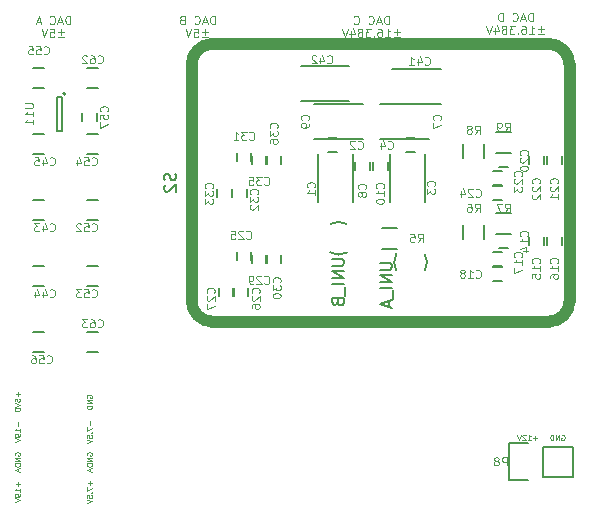
<source format=gbo>
G04 #@! TF.FileFunction,Legend,Bot*
%FSLAX46Y46*%
G04 Gerber Fmt 4.6, Leading zero omitted, Abs format (unit mm)*
G04 Created by KiCad (PCBNEW 4.0.0-2.201512091501+6195~38~ubuntu14.04.1-stable) date Wed 16 Dec 2015 17:24:57 GMT*
%MOMM*%
G01*
G04 APERTURE LIST*
%ADD10C,0.100000*%
%ADD11C,0.110000*%
%ADD12C,0.150000*%
%ADD13C,1.000000*%
G04 APERTURE END LIST*
D10*
D11*
X106555999Y-108229667D02*
X106555999Y-107529667D01*
X106389333Y-107529667D01*
X106289333Y-107563000D01*
X106222666Y-107629667D01*
X106189333Y-107696333D01*
X106155999Y-107829667D01*
X106155999Y-107929667D01*
X106189333Y-108063000D01*
X106222666Y-108129667D01*
X106289333Y-108196333D01*
X106389333Y-108229667D01*
X106555999Y-108229667D01*
X105889333Y-108029667D02*
X105555999Y-108029667D01*
X105955999Y-108229667D02*
X105722666Y-107529667D01*
X105489333Y-108229667D01*
X104855999Y-108163000D02*
X104889333Y-108196333D01*
X104989333Y-108229667D01*
X105055999Y-108229667D01*
X105155999Y-108196333D01*
X105222666Y-108129667D01*
X105255999Y-108063000D01*
X105289333Y-107929667D01*
X105289333Y-107829667D01*
X105255999Y-107696333D01*
X105222666Y-107629667D01*
X105155999Y-107563000D01*
X105055999Y-107529667D01*
X104989333Y-107529667D01*
X104889333Y-107563000D01*
X104855999Y-107596333D01*
X104056000Y-108029667D02*
X103722666Y-108029667D01*
X104122666Y-108229667D02*
X103889333Y-107529667D01*
X103656000Y-108229667D01*
X106056000Y-108919667D02*
X105522667Y-108919667D01*
X105789334Y-109186333D02*
X105789334Y-108653000D01*
X105522667Y-109319667D02*
X106056000Y-109319667D01*
X104856000Y-108619667D02*
X105189333Y-108619667D01*
X105222667Y-108953000D01*
X105189333Y-108919667D01*
X105122667Y-108886333D01*
X104956000Y-108886333D01*
X104889333Y-108919667D01*
X104856000Y-108953000D01*
X104822667Y-109019667D01*
X104822667Y-109186333D01*
X104856000Y-109253000D01*
X104889333Y-109286333D01*
X104956000Y-109319667D01*
X105122667Y-109319667D01*
X105189333Y-109286333D01*
X105222667Y-109253000D01*
X104622666Y-108619667D02*
X104389333Y-109319667D01*
X104156000Y-108619667D01*
X118797999Y-108229667D02*
X118797999Y-107529667D01*
X118631333Y-107529667D01*
X118531333Y-107563000D01*
X118464666Y-107629667D01*
X118431333Y-107696333D01*
X118397999Y-107829667D01*
X118397999Y-107929667D01*
X118431333Y-108063000D01*
X118464666Y-108129667D01*
X118531333Y-108196333D01*
X118631333Y-108229667D01*
X118797999Y-108229667D01*
X118131333Y-108029667D02*
X117797999Y-108029667D01*
X118197999Y-108229667D02*
X117964666Y-107529667D01*
X117731333Y-108229667D01*
X117097999Y-108163000D02*
X117131333Y-108196333D01*
X117231333Y-108229667D01*
X117297999Y-108229667D01*
X117397999Y-108196333D01*
X117464666Y-108129667D01*
X117497999Y-108063000D01*
X117531333Y-107929667D01*
X117531333Y-107829667D01*
X117497999Y-107696333D01*
X117464666Y-107629667D01*
X117397999Y-107563000D01*
X117297999Y-107529667D01*
X117231333Y-107529667D01*
X117131333Y-107563000D01*
X117097999Y-107596333D01*
X116031333Y-107863000D02*
X115931333Y-107896333D01*
X115898000Y-107929667D01*
X115864666Y-107996333D01*
X115864666Y-108096333D01*
X115898000Y-108163000D01*
X115931333Y-108196333D01*
X115998000Y-108229667D01*
X116264666Y-108229667D01*
X116264666Y-107529667D01*
X116031333Y-107529667D01*
X115964666Y-107563000D01*
X115931333Y-107596333D01*
X115898000Y-107663000D01*
X115898000Y-107729667D01*
X115931333Y-107796333D01*
X115964666Y-107829667D01*
X116031333Y-107863000D01*
X116264666Y-107863000D01*
X118248000Y-108919667D02*
X117714667Y-108919667D01*
X117981334Y-109186333D02*
X117981334Y-108653000D01*
X117714667Y-109319667D02*
X118248000Y-109319667D01*
X117048000Y-108619667D02*
X117381333Y-108619667D01*
X117414667Y-108953000D01*
X117381333Y-108919667D01*
X117314667Y-108886333D01*
X117148000Y-108886333D01*
X117081333Y-108919667D01*
X117048000Y-108953000D01*
X117014667Y-109019667D01*
X117014667Y-109186333D01*
X117048000Y-109253000D01*
X117081333Y-109286333D01*
X117148000Y-109319667D01*
X117314667Y-109319667D01*
X117381333Y-109286333D01*
X117414667Y-109253000D01*
X116814666Y-108619667D02*
X116581333Y-109319667D01*
X116348000Y-108619667D01*
X145721999Y-107975667D02*
X145721999Y-107275667D01*
X145555333Y-107275667D01*
X145455333Y-107309000D01*
X145388666Y-107375667D01*
X145355333Y-107442333D01*
X145321999Y-107575667D01*
X145321999Y-107675667D01*
X145355333Y-107809000D01*
X145388666Y-107875667D01*
X145455333Y-107942333D01*
X145555333Y-107975667D01*
X145721999Y-107975667D01*
X145055333Y-107775667D02*
X144721999Y-107775667D01*
X145121999Y-107975667D02*
X144888666Y-107275667D01*
X144655333Y-107975667D01*
X144021999Y-107909000D02*
X144055333Y-107942333D01*
X144155333Y-107975667D01*
X144221999Y-107975667D01*
X144321999Y-107942333D01*
X144388666Y-107875667D01*
X144421999Y-107809000D01*
X144455333Y-107675667D01*
X144455333Y-107575667D01*
X144421999Y-107442333D01*
X144388666Y-107375667D01*
X144321999Y-107309000D01*
X144221999Y-107275667D01*
X144155333Y-107275667D01*
X144055333Y-107309000D01*
X144021999Y-107342333D01*
X143188666Y-107975667D02*
X143188666Y-107275667D01*
X143022000Y-107275667D01*
X142922000Y-107309000D01*
X142855333Y-107375667D01*
X142822000Y-107442333D01*
X142788666Y-107575667D01*
X142788666Y-107675667D01*
X142822000Y-107809000D01*
X142855333Y-107875667D01*
X142922000Y-107942333D01*
X143022000Y-107975667D01*
X143188666Y-107975667D01*
X146672000Y-108665667D02*
X146138667Y-108665667D01*
X146405334Y-108932333D02*
X146405334Y-108399000D01*
X146138667Y-109065667D02*
X146672000Y-109065667D01*
X145438667Y-109065667D02*
X145838667Y-109065667D01*
X145638667Y-109065667D02*
X145638667Y-108365667D01*
X145705333Y-108465667D01*
X145772000Y-108532333D01*
X145838667Y-108565667D01*
X144838666Y-108365667D02*
X144972000Y-108365667D01*
X145038666Y-108399000D01*
X145072000Y-108432333D01*
X145138666Y-108532333D01*
X145172000Y-108665667D01*
X145172000Y-108932333D01*
X145138666Y-108999000D01*
X145105333Y-109032333D01*
X145038666Y-109065667D01*
X144905333Y-109065667D01*
X144838666Y-109032333D01*
X144805333Y-108999000D01*
X144772000Y-108932333D01*
X144772000Y-108765667D01*
X144805333Y-108699000D01*
X144838666Y-108665667D01*
X144905333Y-108632333D01*
X145038666Y-108632333D01*
X145105333Y-108665667D01*
X145138666Y-108699000D01*
X145172000Y-108765667D01*
X144471999Y-108999000D02*
X144438666Y-109032333D01*
X144471999Y-109065667D01*
X144505333Y-109032333D01*
X144471999Y-108999000D01*
X144471999Y-109065667D01*
X144205333Y-108365667D02*
X143772000Y-108365667D01*
X144005333Y-108632333D01*
X143905333Y-108632333D01*
X143838666Y-108665667D01*
X143805333Y-108699000D01*
X143772000Y-108765667D01*
X143772000Y-108932333D01*
X143805333Y-108999000D01*
X143838666Y-109032333D01*
X143905333Y-109065667D01*
X144105333Y-109065667D01*
X144172000Y-109032333D01*
X144205333Y-108999000D01*
X143371999Y-108665667D02*
X143438666Y-108632333D01*
X143471999Y-108599000D01*
X143505333Y-108532333D01*
X143505333Y-108499000D01*
X143471999Y-108432333D01*
X143438666Y-108399000D01*
X143371999Y-108365667D01*
X143238666Y-108365667D01*
X143171999Y-108399000D01*
X143138666Y-108432333D01*
X143105333Y-108499000D01*
X143105333Y-108532333D01*
X143138666Y-108599000D01*
X143171999Y-108632333D01*
X143238666Y-108665667D01*
X143371999Y-108665667D01*
X143438666Y-108699000D01*
X143471999Y-108732333D01*
X143505333Y-108799000D01*
X143505333Y-108932333D01*
X143471999Y-108999000D01*
X143438666Y-109032333D01*
X143371999Y-109065667D01*
X143238666Y-109065667D01*
X143171999Y-109032333D01*
X143138666Y-108999000D01*
X143105333Y-108932333D01*
X143105333Y-108799000D01*
X143138666Y-108732333D01*
X143171999Y-108699000D01*
X143238666Y-108665667D01*
X142505332Y-108599000D02*
X142505332Y-109065667D01*
X142671999Y-108332333D02*
X142838666Y-108832333D01*
X142405332Y-108832333D01*
X142238665Y-108365667D02*
X142005332Y-109065667D01*
X141771999Y-108365667D01*
X133529999Y-108229667D02*
X133529999Y-107529667D01*
X133363333Y-107529667D01*
X133263333Y-107563000D01*
X133196666Y-107629667D01*
X133163333Y-107696333D01*
X133129999Y-107829667D01*
X133129999Y-107929667D01*
X133163333Y-108063000D01*
X133196666Y-108129667D01*
X133263333Y-108196333D01*
X133363333Y-108229667D01*
X133529999Y-108229667D01*
X132863333Y-108029667D02*
X132529999Y-108029667D01*
X132929999Y-108229667D02*
X132696666Y-107529667D01*
X132463333Y-108229667D01*
X131829999Y-108163000D02*
X131863333Y-108196333D01*
X131963333Y-108229667D01*
X132029999Y-108229667D01*
X132129999Y-108196333D01*
X132196666Y-108129667D01*
X132229999Y-108063000D01*
X132263333Y-107929667D01*
X132263333Y-107829667D01*
X132229999Y-107696333D01*
X132196666Y-107629667D01*
X132129999Y-107563000D01*
X132029999Y-107529667D01*
X131963333Y-107529667D01*
X131863333Y-107563000D01*
X131829999Y-107596333D01*
X130596666Y-108163000D02*
X130630000Y-108196333D01*
X130730000Y-108229667D01*
X130796666Y-108229667D01*
X130896666Y-108196333D01*
X130963333Y-108129667D01*
X130996666Y-108063000D01*
X131030000Y-107929667D01*
X131030000Y-107829667D01*
X130996666Y-107696333D01*
X130963333Y-107629667D01*
X130896666Y-107563000D01*
X130796666Y-107529667D01*
X130730000Y-107529667D01*
X130630000Y-107563000D01*
X130596666Y-107596333D01*
X134480000Y-108919667D02*
X133946667Y-108919667D01*
X134213334Y-109186333D02*
X134213334Y-108653000D01*
X133946667Y-109319667D02*
X134480000Y-109319667D01*
X133246667Y-109319667D02*
X133646667Y-109319667D01*
X133446667Y-109319667D02*
X133446667Y-108619667D01*
X133513333Y-108719667D01*
X133580000Y-108786333D01*
X133646667Y-108819667D01*
X132646666Y-108619667D02*
X132780000Y-108619667D01*
X132846666Y-108653000D01*
X132880000Y-108686333D01*
X132946666Y-108786333D01*
X132980000Y-108919667D01*
X132980000Y-109186333D01*
X132946666Y-109253000D01*
X132913333Y-109286333D01*
X132846666Y-109319667D01*
X132713333Y-109319667D01*
X132646666Y-109286333D01*
X132613333Y-109253000D01*
X132580000Y-109186333D01*
X132580000Y-109019667D01*
X132613333Y-108953000D01*
X132646666Y-108919667D01*
X132713333Y-108886333D01*
X132846666Y-108886333D01*
X132913333Y-108919667D01*
X132946666Y-108953000D01*
X132980000Y-109019667D01*
X132279999Y-109253000D02*
X132246666Y-109286333D01*
X132279999Y-109319667D01*
X132313333Y-109286333D01*
X132279999Y-109253000D01*
X132279999Y-109319667D01*
X132013333Y-108619667D02*
X131580000Y-108619667D01*
X131813333Y-108886333D01*
X131713333Y-108886333D01*
X131646666Y-108919667D01*
X131613333Y-108953000D01*
X131580000Y-109019667D01*
X131580000Y-109186333D01*
X131613333Y-109253000D01*
X131646666Y-109286333D01*
X131713333Y-109319667D01*
X131913333Y-109319667D01*
X131980000Y-109286333D01*
X132013333Y-109253000D01*
X131179999Y-108919667D02*
X131246666Y-108886333D01*
X131279999Y-108853000D01*
X131313333Y-108786333D01*
X131313333Y-108753000D01*
X131279999Y-108686333D01*
X131246666Y-108653000D01*
X131179999Y-108619667D01*
X131046666Y-108619667D01*
X130979999Y-108653000D01*
X130946666Y-108686333D01*
X130913333Y-108753000D01*
X130913333Y-108786333D01*
X130946666Y-108853000D01*
X130979999Y-108886333D01*
X131046666Y-108919667D01*
X131179999Y-108919667D01*
X131246666Y-108953000D01*
X131279999Y-108986333D01*
X131313333Y-109053000D01*
X131313333Y-109186333D01*
X131279999Y-109253000D01*
X131246666Y-109286333D01*
X131179999Y-109319667D01*
X131046666Y-109319667D01*
X130979999Y-109286333D01*
X130946666Y-109253000D01*
X130913333Y-109186333D01*
X130913333Y-109053000D01*
X130946666Y-108986333D01*
X130979999Y-108953000D01*
X131046666Y-108919667D01*
X130313332Y-108853000D02*
X130313332Y-109319667D01*
X130479999Y-108586333D02*
X130646666Y-109086333D01*
X130213332Y-109086333D01*
X130046665Y-108619667D02*
X129813332Y-109319667D01*
X129579999Y-108619667D01*
D10*
X148170857Y-143031000D02*
X148213714Y-143009571D01*
X148278000Y-143009571D01*
X148342285Y-143031000D01*
X148385143Y-143073857D01*
X148406571Y-143116714D01*
X148428000Y-143202429D01*
X148428000Y-143266714D01*
X148406571Y-143352429D01*
X148385143Y-143395286D01*
X148342285Y-143438143D01*
X148278000Y-143459571D01*
X148235143Y-143459571D01*
X148170857Y-143438143D01*
X148149428Y-143416714D01*
X148149428Y-143266714D01*
X148235143Y-143266714D01*
X147956571Y-143459571D02*
X147956571Y-143009571D01*
X147699428Y-143459571D01*
X147699428Y-143009571D01*
X147485142Y-143459571D02*
X147485142Y-143009571D01*
X147377999Y-143009571D01*
X147313714Y-143031000D01*
X147270856Y-143073857D01*
X147249428Y-143116714D01*
X147227999Y-143202429D01*
X147227999Y-143266714D01*
X147249428Y-143352429D01*
X147270856Y-143395286D01*
X147313714Y-143438143D01*
X147377999Y-143459571D01*
X147485142Y-143459571D01*
X146080856Y-143288143D02*
X145737999Y-143288143D01*
X145909428Y-143459571D02*
X145909428Y-143116714D01*
X145287999Y-143459571D02*
X145545142Y-143459571D01*
X145416570Y-143459571D02*
X145416570Y-143009571D01*
X145459427Y-143073857D01*
X145502285Y-143116714D01*
X145545142Y-143138143D01*
X145116571Y-143052429D02*
X145095142Y-143031000D01*
X145052285Y-143009571D01*
X144945142Y-143009571D01*
X144902285Y-143031000D01*
X144880856Y-143052429D01*
X144859428Y-143095286D01*
X144859428Y-143138143D01*
X144880856Y-143202429D01*
X145137999Y-143459571D01*
X144859428Y-143459571D01*
X144730857Y-143009571D02*
X144580857Y-143459571D01*
X144430857Y-143009571D01*
X107979000Y-139865143D02*
X107957571Y-139822286D01*
X107957571Y-139758000D01*
X107979000Y-139693715D01*
X108021857Y-139650857D01*
X108064714Y-139629429D01*
X108150429Y-139608000D01*
X108214714Y-139608000D01*
X108300429Y-139629429D01*
X108343286Y-139650857D01*
X108386143Y-139693715D01*
X108407571Y-139758000D01*
X108407571Y-139800857D01*
X108386143Y-139865143D01*
X108364714Y-139886572D01*
X108214714Y-139886572D01*
X108214714Y-139800857D01*
X108407571Y-140079429D02*
X107957571Y-140079429D01*
X108407571Y-140336572D01*
X107957571Y-140336572D01*
X108407571Y-140550858D02*
X107957571Y-140550858D01*
X107957571Y-140658001D01*
X107979000Y-140722286D01*
X108021857Y-140765144D01*
X108064714Y-140786572D01*
X108150429Y-140808001D01*
X108214714Y-140808001D01*
X108300429Y-140786572D01*
X108343286Y-140765144D01*
X108386143Y-140722286D01*
X108407571Y-140658001D01*
X108407571Y-140550858D01*
X108236143Y-141848001D02*
X108236143Y-142190858D01*
X107957571Y-142362287D02*
X107957571Y-142662287D01*
X108407571Y-142469430D01*
X108364714Y-142833715D02*
X108386143Y-142855143D01*
X108407571Y-142833715D01*
X108386143Y-142812286D01*
X108364714Y-142833715D01*
X108407571Y-142833715D01*
X107957571Y-143262287D02*
X107957571Y-143048001D01*
X108171857Y-143026572D01*
X108150429Y-143048001D01*
X108129000Y-143090858D01*
X108129000Y-143198001D01*
X108150429Y-143240858D01*
X108171857Y-143262287D01*
X108214714Y-143283715D01*
X108321857Y-143283715D01*
X108364714Y-143262287D01*
X108386143Y-143240858D01*
X108407571Y-143198001D01*
X108407571Y-143090858D01*
X108386143Y-143048001D01*
X108364714Y-143026572D01*
X107957571Y-143412286D02*
X108407571Y-143562286D01*
X107957571Y-143712286D01*
X107979000Y-144752286D02*
X107957571Y-144709429D01*
X107957571Y-144645143D01*
X107979000Y-144580858D01*
X108021857Y-144538000D01*
X108064714Y-144516572D01*
X108150429Y-144495143D01*
X108214714Y-144495143D01*
X108300429Y-144516572D01*
X108343286Y-144538000D01*
X108386143Y-144580858D01*
X108407571Y-144645143D01*
X108407571Y-144688000D01*
X108386143Y-144752286D01*
X108364714Y-144773715D01*
X108214714Y-144773715D01*
X108214714Y-144688000D01*
X108407571Y-144966572D02*
X107957571Y-144966572D01*
X108407571Y-145223715D01*
X107957571Y-145223715D01*
X108407571Y-145438001D02*
X107957571Y-145438001D01*
X107957571Y-145545144D01*
X107979000Y-145609429D01*
X108021857Y-145652287D01*
X108064714Y-145673715D01*
X108150429Y-145695144D01*
X108214714Y-145695144D01*
X108300429Y-145673715D01*
X108343286Y-145652287D01*
X108386143Y-145609429D01*
X108407571Y-145545144D01*
X108407571Y-145438001D01*
X108279000Y-145866572D02*
X108279000Y-146080858D01*
X108407571Y-145823715D02*
X107957571Y-145973715D01*
X108407571Y-146123715D01*
X108236143Y-146928001D02*
X108236143Y-147270858D01*
X108407571Y-147099429D02*
X108064714Y-147099429D01*
X107957571Y-147442287D02*
X107957571Y-147742287D01*
X108407571Y-147549430D01*
X108364714Y-147913715D02*
X108386143Y-147935143D01*
X108407571Y-147913715D01*
X108386143Y-147892286D01*
X108364714Y-147913715D01*
X108407571Y-147913715D01*
X107957571Y-148342287D02*
X107957571Y-148128001D01*
X108171857Y-148106572D01*
X108150429Y-148128001D01*
X108129000Y-148170858D01*
X108129000Y-148278001D01*
X108150429Y-148320858D01*
X108171857Y-148342287D01*
X108214714Y-148363715D01*
X108321857Y-148363715D01*
X108364714Y-148342287D01*
X108386143Y-148320858D01*
X108407571Y-148278001D01*
X108407571Y-148170858D01*
X108386143Y-148128001D01*
X108364714Y-148106572D01*
X107957571Y-148492286D02*
X108407571Y-148642286D01*
X107957571Y-148792286D01*
X102140143Y-147035144D02*
X102140143Y-147378001D01*
X102311571Y-147206572D02*
X101968714Y-147206572D01*
X102311571Y-147828001D02*
X102311571Y-147570858D01*
X102311571Y-147699430D02*
X101861571Y-147699430D01*
X101925857Y-147656573D01*
X101968714Y-147613715D01*
X101990143Y-147570858D01*
X102311571Y-148042286D02*
X102311571Y-148128001D01*
X102290143Y-148170858D01*
X102268714Y-148192286D01*
X102204429Y-148235144D01*
X102118714Y-148256572D01*
X101947286Y-148256572D01*
X101904429Y-148235144D01*
X101883000Y-148213715D01*
X101861571Y-148170858D01*
X101861571Y-148085144D01*
X101883000Y-148042286D01*
X101904429Y-148020858D01*
X101947286Y-147999429D01*
X102054429Y-147999429D01*
X102097286Y-148020858D01*
X102118714Y-148042286D01*
X102140143Y-148085144D01*
X102140143Y-148170858D01*
X102118714Y-148213715D01*
X102097286Y-148235144D01*
X102054429Y-148256572D01*
X101861571Y-148385143D02*
X102311571Y-148535143D01*
X101861571Y-148685143D01*
X101883000Y-144752286D02*
X101861571Y-144709429D01*
X101861571Y-144645143D01*
X101883000Y-144580858D01*
X101925857Y-144538000D01*
X101968714Y-144516572D01*
X102054429Y-144495143D01*
X102118714Y-144495143D01*
X102204429Y-144516572D01*
X102247286Y-144538000D01*
X102290143Y-144580858D01*
X102311571Y-144645143D01*
X102311571Y-144688000D01*
X102290143Y-144752286D01*
X102268714Y-144773715D01*
X102118714Y-144773715D01*
X102118714Y-144688000D01*
X102311571Y-144966572D02*
X101861571Y-144966572D01*
X102311571Y-145223715D01*
X101861571Y-145223715D01*
X102311571Y-145438001D02*
X101861571Y-145438001D01*
X101861571Y-145545144D01*
X101883000Y-145609429D01*
X101925857Y-145652287D01*
X101968714Y-145673715D01*
X102054429Y-145695144D01*
X102118714Y-145695144D01*
X102204429Y-145673715D01*
X102247286Y-145652287D01*
X102290143Y-145609429D01*
X102311571Y-145545144D01*
X102311571Y-145438001D01*
X102183000Y-145866572D02*
X102183000Y-146080858D01*
X102311571Y-145823715D02*
X101861571Y-145973715D01*
X102311571Y-146123715D01*
X102140143Y-141955144D02*
X102140143Y-142298001D01*
X102311571Y-142748001D02*
X102311571Y-142490858D01*
X102311571Y-142619430D02*
X101861571Y-142619430D01*
X101925857Y-142576573D01*
X101968714Y-142533715D01*
X101990143Y-142490858D01*
X102311571Y-142962286D02*
X102311571Y-143048001D01*
X102290143Y-143090858D01*
X102268714Y-143112286D01*
X102204429Y-143155144D01*
X102118714Y-143176572D01*
X101947286Y-143176572D01*
X101904429Y-143155144D01*
X101883000Y-143133715D01*
X101861571Y-143090858D01*
X101861571Y-143005144D01*
X101883000Y-142962286D01*
X101904429Y-142940858D01*
X101947286Y-142919429D01*
X102054429Y-142919429D01*
X102097286Y-142940858D01*
X102118714Y-142962286D01*
X102140143Y-143005144D01*
X102140143Y-143090858D01*
X102118714Y-143133715D01*
X102097286Y-143155144D01*
X102054429Y-143176572D01*
X101861571Y-143305143D02*
X102311571Y-143455143D01*
X101861571Y-143605143D01*
X102140143Y-139404429D02*
X102140143Y-139747286D01*
X102311571Y-139575857D02*
X101968714Y-139575857D01*
X101861571Y-140175858D02*
X101861571Y-139961572D01*
X102075857Y-139940143D01*
X102054429Y-139961572D01*
X102033000Y-140004429D01*
X102033000Y-140111572D01*
X102054429Y-140154429D01*
X102075857Y-140175858D01*
X102118714Y-140197286D01*
X102225857Y-140197286D01*
X102268714Y-140175858D01*
X102290143Y-140154429D01*
X102311571Y-140111572D01*
X102311571Y-140004429D01*
X102290143Y-139961572D01*
X102268714Y-139940143D01*
X101861571Y-140325857D02*
X102311571Y-140475857D01*
X101861571Y-140625857D01*
X102311571Y-140775857D02*
X101861571Y-140775857D01*
X101861571Y-140883000D01*
X101883000Y-140947285D01*
X101925857Y-140990143D01*
X101968714Y-141011571D01*
X102054429Y-141033000D01*
X102118714Y-141033000D01*
X102204429Y-141011571D01*
X102247286Y-140990143D01*
X102290143Y-140947285D01*
X102311571Y-140883000D01*
X102311571Y-140775857D01*
D12*
X106164000Y-114124000D02*
G75*
G03X106164000Y-114124000I-100000J0D01*
G01*
X105414000Y-114374000D02*
X105914000Y-114374000D01*
X105414000Y-117274000D02*
X105414000Y-114374000D01*
X105914000Y-117274000D02*
X105414000Y-117274000D01*
X105914000Y-114374000D02*
X105914000Y-117274000D01*
X104386000Y-124802000D02*
X103386000Y-124802000D01*
X103386000Y-123102000D02*
X104386000Y-123102000D01*
X104386000Y-130390000D02*
X103386000Y-130390000D01*
X103386000Y-128690000D02*
X104386000Y-128690000D01*
X104386000Y-119214000D02*
X103386000Y-119214000D01*
X103386000Y-117514000D02*
X104386000Y-117514000D01*
X107958000Y-123102000D02*
X108958000Y-123102000D01*
X108958000Y-124802000D02*
X107958000Y-124802000D01*
X107958000Y-128690000D02*
X108958000Y-128690000D01*
X108958000Y-130390000D02*
X107958000Y-130390000D01*
X107958000Y-117514000D02*
X108958000Y-117514000D01*
X108958000Y-119214000D02*
X107958000Y-119214000D01*
X104386000Y-113626000D02*
X103386000Y-113626000D01*
X103386000Y-111926000D02*
X104386000Y-111926000D01*
X104386000Y-135978000D02*
X103386000Y-135978000D01*
X103386000Y-134278000D02*
X104386000Y-134278000D01*
X107958000Y-111926000D02*
X108958000Y-111926000D01*
X108958000Y-113626000D02*
X107958000Y-113626000D01*
X107958000Y-134278000D02*
X108958000Y-134278000D01*
X108958000Y-135978000D02*
X107958000Y-135978000D01*
X134204000Y-125490000D02*
X133004000Y-125490000D01*
X133004000Y-127240000D02*
X134204000Y-127240000D01*
X139841000Y-125257000D02*
X139841000Y-126457000D01*
X141591000Y-126457000D02*
X141591000Y-125257000D01*
X142656000Y-125970000D02*
X143856000Y-125970000D01*
X143856000Y-124220000D02*
X142656000Y-124220000D01*
X139841000Y-118399000D02*
X139841000Y-119599000D01*
X141591000Y-119599000D02*
X141591000Y-118399000D01*
X142656000Y-119112000D02*
X143856000Y-119112000D01*
X143856000Y-117362000D02*
X142656000Y-117362000D01*
X130532000Y-123339000D02*
X130532000Y-119239000D01*
X127532000Y-123339000D02*
X127532000Y-119239000D01*
X129128000Y-117891000D02*
X128428000Y-117891000D01*
X128428000Y-119091000D02*
X129128000Y-119091000D01*
X136628000Y-123339000D02*
X136628000Y-119239000D01*
X133628000Y-123339000D02*
X133628000Y-119239000D01*
X135032000Y-119091000D02*
X135732000Y-119091000D01*
X135732000Y-117891000D02*
X135032000Y-117891000D01*
X132820000Y-117959000D02*
X136920000Y-117959000D01*
X132820000Y-114959000D02*
X136920000Y-114959000D01*
X130718000Y-119919000D02*
X130718000Y-120619000D01*
X131918000Y-120619000D02*
X131918000Y-119919000D01*
X131340000Y-114959000D02*
X127240000Y-114959000D01*
X131340000Y-117959000D02*
X127240000Y-117959000D01*
X132242000Y-119919000D02*
X132242000Y-120619000D01*
X133442000Y-120619000D02*
X133442000Y-119919000D01*
X143606000Y-126019000D02*
X142906000Y-126019000D01*
X142906000Y-127219000D02*
X143606000Y-127219000D01*
X146650000Y-126969000D02*
X146650000Y-126269000D01*
X145450000Y-126269000D02*
X145450000Y-126969000D01*
X148174000Y-126969000D02*
X148174000Y-126269000D01*
X146974000Y-126269000D02*
X146974000Y-126969000D01*
X143098000Y-127543000D02*
X142398000Y-127543000D01*
X142398000Y-128743000D02*
X143098000Y-128743000D01*
X143098000Y-128813000D02*
X142398000Y-128813000D01*
X142398000Y-130013000D02*
X143098000Y-130013000D01*
X143606000Y-119161000D02*
X142906000Y-119161000D01*
X142906000Y-120361000D02*
X143606000Y-120361000D01*
X148174000Y-120111000D02*
X148174000Y-119411000D01*
X146974000Y-119411000D02*
X146974000Y-120111000D01*
X146650000Y-120111000D02*
X146650000Y-119411000D01*
X145450000Y-119411000D02*
X145450000Y-120111000D01*
X143098000Y-120685000D02*
X142398000Y-120685000D01*
X142398000Y-121885000D02*
X143098000Y-121885000D01*
X143098000Y-121955000D02*
X142398000Y-121955000D01*
X142398000Y-123155000D02*
X143098000Y-123155000D01*
X121885000Y-128239000D02*
X121885000Y-127539000D01*
X120685000Y-127539000D02*
X120685000Y-128239000D01*
X121631000Y-131287000D02*
X121631000Y-130587000D01*
X120431000Y-130587000D02*
X120431000Y-131287000D01*
X120361000Y-131287000D02*
X120361000Y-130587000D01*
X119161000Y-130587000D02*
X119161000Y-131287000D01*
X123155000Y-128493000D02*
X123155000Y-127793000D01*
X121955000Y-127793000D02*
X121955000Y-128493000D01*
X124425000Y-128493000D02*
X124425000Y-127793000D01*
X123225000Y-127793000D02*
X123225000Y-128493000D01*
X121885000Y-119857000D02*
X121885000Y-119157000D01*
X120685000Y-119157000D02*
X120685000Y-119857000D01*
X121504000Y-122905000D02*
X121504000Y-122205000D01*
X120304000Y-122205000D02*
X120304000Y-122905000D01*
X120234000Y-122905000D02*
X120234000Y-122205000D01*
X119034000Y-122205000D02*
X119034000Y-122905000D01*
X123155000Y-120111000D02*
X123155000Y-119411000D01*
X121955000Y-119411000D02*
X121955000Y-120111000D01*
X124425000Y-120111000D02*
X124425000Y-119411000D01*
X123225000Y-119411000D02*
X123225000Y-120111000D01*
X137944000Y-112038000D02*
X133844000Y-112038000D01*
X137944000Y-115038000D02*
X133844000Y-115038000D01*
X126089000Y-114784000D02*
X130189000Y-114784000D01*
X126089000Y-111784000D02*
X130189000Y-111784000D01*
X108804000Y-116428000D02*
X108804000Y-115728000D01*
X107604000Y-115728000D02*
X107604000Y-116428000D01*
X128601769Y-125150122D02*
G75*
G02X129996000Y-125165000I684231J-1214878D01*
G01*
X129970231Y-127579878D02*
G75*
G02X128576000Y-127565000I-684231J1214878D01*
G01*
X134167122Y-129081231D02*
G75*
G02X134182000Y-127687000I1214878J684231D01*
G01*
X136596878Y-127712769D02*
G75*
G02X136582000Y-129107000I-1214878J-684231D01*
G01*
X143738000Y-143738000D02*
X145288000Y-143738000D01*
X149098000Y-144018000D02*
X146558000Y-144018000D01*
X146558000Y-144018000D02*
X146558000Y-146558000D01*
X145288000Y-146838000D02*
X143738000Y-146838000D01*
X143738000Y-146838000D02*
X143738000Y-143738000D01*
X146558000Y-146558000D02*
X149098000Y-146558000D01*
X149098000Y-146558000D02*
X149098000Y-144018000D01*
D13*
X147092000Y-133416000D02*
X118592000Y-133416000D01*
X148842000Y-131666000D02*
X148842000Y-111666000D01*
X147092000Y-133416000D02*
G75*
G03X148842000Y-131666000I0J1750000D01*
G01*
X147092000Y-109916000D02*
G75*
G02X148842000Y-111666000I0J-1750000D01*
G01*
X118592000Y-133416000D02*
G75*
G02X116842000Y-131666000I0J1750000D01*
G01*
X118592000Y-109916000D02*
G75*
G03X116842000Y-111666000I0J-1750000D01*
G01*
X147092000Y-109916000D02*
X118592000Y-109916000D01*
X116842000Y-131666000D02*
X116842000Y-111666000D01*
D11*
X102740667Y-114957334D02*
X103307333Y-114957334D01*
X103374000Y-114990667D01*
X103407333Y-115024000D01*
X103440667Y-115090667D01*
X103440667Y-115224000D01*
X103407333Y-115290667D01*
X103374000Y-115324000D01*
X103307333Y-115357334D01*
X102740667Y-115357334D01*
X103440667Y-116057333D02*
X103440667Y-115657333D01*
X103440667Y-115857333D02*
X102740667Y-115857333D01*
X102840667Y-115790667D01*
X102907333Y-115724000D01*
X102940667Y-115657333D01*
X103440667Y-116724000D02*
X103440667Y-116324000D01*
X103440667Y-116524000D02*
X102740667Y-116524000D01*
X102840667Y-116457334D01*
X102907333Y-116390667D01*
X102940667Y-116324000D01*
X104844000Y-125726000D02*
X104877334Y-125759333D01*
X104977334Y-125792667D01*
X105044000Y-125792667D01*
X105144000Y-125759333D01*
X105210667Y-125692667D01*
X105244000Y-125626000D01*
X105277334Y-125492667D01*
X105277334Y-125392667D01*
X105244000Y-125259333D01*
X105210667Y-125192667D01*
X105144000Y-125126000D01*
X105044000Y-125092667D01*
X104977334Y-125092667D01*
X104877334Y-125126000D01*
X104844000Y-125159333D01*
X104244000Y-125326000D02*
X104244000Y-125792667D01*
X104410667Y-125059333D02*
X104577334Y-125559333D01*
X104144000Y-125559333D01*
X103944000Y-125092667D02*
X103510667Y-125092667D01*
X103744000Y-125359333D01*
X103644000Y-125359333D01*
X103577333Y-125392667D01*
X103544000Y-125426000D01*
X103510667Y-125492667D01*
X103510667Y-125659333D01*
X103544000Y-125726000D01*
X103577333Y-125759333D01*
X103644000Y-125792667D01*
X103844000Y-125792667D01*
X103910667Y-125759333D01*
X103944000Y-125726000D01*
X104844000Y-131314000D02*
X104877334Y-131347333D01*
X104977334Y-131380667D01*
X105044000Y-131380667D01*
X105144000Y-131347333D01*
X105210667Y-131280667D01*
X105244000Y-131214000D01*
X105277334Y-131080667D01*
X105277334Y-130980667D01*
X105244000Y-130847333D01*
X105210667Y-130780667D01*
X105144000Y-130714000D01*
X105044000Y-130680667D01*
X104977334Y-130680667D01*
X104877334Y-130714000D01*
X104844000Y-130747333D01*
X104244000Y-130914000D02*
X104244000Y-131380667D01*
X104410667Y-130647333D02*
X104577334Y-131147333D01*
X104144000Y-131147333D01*
X103577333Y-130914000D02*
X103577333Y-131380667D01*
X103744000Y-130647333D02*
X103910667Y-131147333D01*
X103477333Y-131147333D01*
X104844000Y-120138000D02*
X104877334Y-120171333D01*
X104977334Y-120204667D01*
X105044000Y-120204667D01*
X105144000Y-120171333D01*
X105210667Y-120104667D01*
X105244000Y-120038000D01*
X105277334Y-119904667D01*
X105277334Y-119804667D01*
X105244000Y-119671333D01*
X105210667Y-119604667D01*
X105144000Y-119538000D01*
X105044000Y-119504667D01*
X104977334Y-119504667D01*
X104877334Y-119538000D01*
X104844000Y-119571333D01*
X104244000Y-119738000D02*
X104244000Y-120204667D01*
X104410667Y-119471333D02*
X104577334Y-119971333D01*
X104144000Y-119971333D01*
X103544000Y-119504667D02*
X103877333Y-119504667D01*
X103910667Y-119838000D01*
X103877333Y-119804667D01*
X103810667Y-119771333D01*
X103644000Y-119771333D01*
X103577333Y-119804667D01*
X103544000Y-119838000D01*
X103510667Y-119904667D01*
X103510667Y-120071333D01*
X103544000Y-120138000D01*
X103577333Y-120171333D01*
X103644000Y-120204667D01*
X103810667Y-120204667D01*
X103877333Y-120171333D01*
X103910667Y-120138000D01*
X108400000Y-125726000D02*
X108433334Y-125759333D01*
X108533334Y-125792667D01*
X108600000Y-125792667D01*
X108700000Y-125759333D01*
X108766667Y-125692667D01*
X108800000Y-125626000D01*
X108833334Y-125492667D01*
X108833334Y-125392667D01*
X108800000Y-125259333D01*
X108766667Y-125192667D01*
X108700000Y-125126000D01*
X108600000Y-125092667D01*
X108533334Y-125092667D01*
X108433334Y-125126000D01*
X108400000Y-125159333D01*
X107766667Y-125092667D02*
X108100000Y-125092667D01*
X108133334Y-125426000D01*
X108100000Y-125392667D01*
X108033334Y-125359333D01*
X107866667Y-125359333D01*
X107800000Y-125392667D01*
X107766667Y-125426000D01*
X107733334Y-125492667D01*
X107733334Y-125659333D01*
X107766667Y-125726000D01*
X107800000Y-125759333D01*
X107866667Y-125792667D01*
X108033334Y-125792667D01*
X108100000Y-125759333D01*
X108133334Y-125726000D01*
X107466667Y-125159333D02*
X107433333Y-125126000D01*
X107366667Y-125092667D01*
X107200000Y-125092667D01*
X107133333Y-125126000D01*
X107100000Y-125159333D01*
X107066667Y-125226000D01*
X107066667Y-125292667D01*
X107100000Y-125392667D01*
X107500000Y-125792667D01*
X107066667Y-125792667D01*
D10*
X108400000Y-131314000D02*
X108433334Y-131347333D01*
X108533334Y-131380667D01*
X108600000Y-131380667D01*
X108700000Y-131347333D01*
X108766667Y-131280667D01*
X108800000Y-131214000D01*
X108833334Y-131080667D01*
X108833334Y-130980667D01*
X108800000Y-130847333D01*
X108766667Y-130780667D01*
X108700000Y-130714000D01*
X108600000Y-130680667D01*
X108533334Y-130680667D01*
X108433334Y-130714000D01*
X108400000Y-130747333D01*
X107766667Y-130680667D02*
X108100000Y-130680667D01*
X108133334Y-131014000D01*
X108100000Y-130980667D01*
X108033334Y-130947333D01*
X107866667Y-130947333D01*
X107800000Y-130980667D01*
X107766667Y-131014000D01*
X107733334Y-131080667D01*
X107733334Y-131247333D01*
X107766667Y-131314000D01*
X107800000Y-131347333D01*
X107866667Y-131380667D01*
X108033334Y-131380667D01*
X108100000Y-131347333D01*
X108133334Y-131314000D01*
X107500000Y-130680667D02*
X107066667Y-130680667D01*
X107300000Y-130947333D01*
X107200000Y-130947333D01*
X107133333Y-130980667D01*
X107100000Y-131014000D01*
X107066667Y-131080667D01*
X107066667Y-131247333D01*
X107100000Y-131314000D01*
X107133333Y-131347333D01*
X107200000Y-131380667D01*
X107400000Y-131380667D01*
X107466667Y-131347333D01*
X107500000Y-131314000D01*
D11*
X108400000Y-120138000D02*
X108433334Y-120171333D01*
X108533334Y-120204667D01*
X108600000Y-120204667D01*
X108700000Y-120171333D01*
X108766667Y-120104667D01*
X108800000Y-120038000D01*
X108833334Y-119904667D01*
X108833334Y-119804667D01*
X108800000Y-119671333D01*
X108766667Y-119604667D01*
X108700000Y-119538000D01*
X108600000Y-119504667D01*
X108533334Y-119504667D01*
X108433334Y-119538000D01*
X108400000Y-119571333D01*
X107766667Y-119504667D02*
X108100000Y-119504667D01*
X108133334Y-119838000D01*
X108100000Y-119804667D01*
X108033334Y-119771333D01*
X107866667Y-119771333D01*
X107800000Y-119804667D01*
X107766667Y-119838000D01*
X107733334Y-119904667D01*
X107733334Y-120071333D01*
X107766667Y-120138000D01*
X107800000Y-120171333D01*
X107866667Y-120204667D01*
X108033334Y-120204667D01*
X108100000Y-120171333D01*
X108133334Y-120138000D01*
X107133333Y-119738000D02*
X107133333Y-120204667D01*
X107300000Y-119471333D02*
X107466667Y-119971333D01*
X107033333Y-119971333D01*
X104336000Y-110740000D02*
X104369334Y-110773333D01*
X104469334Y-110806667D01*
X104536000Y-110806667D01*
X104636000Y-110773333D01*
X104702667Y-110706667D01*
X104736000Y-110640000D01*
X104769334Y-110506667D01*
X104769334Y-110406667D01*
X104736000Y-110273333D01*
X104702667Y-110206667D01*
X104636000Y-110140000D01*
X104536000Y-110106667D01*
X104469334Y-110106667D01*
X104369334Y-110140000D01*
X104336000Y-110173333D01*
X103702667Y-110106667D02*
X104036000Y-110106667D01*
X104069334Y-110440000D01*
X104036000Y-110406667D01*
X103969334Y-110373333D01*
X103802667Y-110373333D01*
X103736000Y-110406667D01*
X103702667Y-110440000D01*
X103669334Y-110506667D01*
X103669334Y-110673333D01*
X103702667Y-110740000D01*
X103736000Y-110773333D01*
X103802667Y-110806667D01*
X103969334Y-110806667D01*
X104036000Y-110773333D01*
X104069334Y-110740000D01*
X103036000Y-110106667D02*
X103369333Y-110106667D01*
X103402667Y-110440000D01*
X103369333Y-110406667D01*
X103302667Y-110373333D01*
X103136000Y-110373333D01*
X103069333Y-110406667D01*
X103036000Y-110440000D01*
X103002667Y-110506667D01*
X103002667Y-110673333D01*
X103036000Y-110740000D01*
X103069333Y-110773333D01*
X103136000Y-110806667D01*
X103302667Y-110806667D01*
X103369333Y-110773333D01*
X103402667Y-110740000D01*
X104590000Y-136902000D02*
X104623334Y-136935333D01*
X104723334Y-136968667D01*
X104790000Y-136968667D01*
X104890000Y-136935333D01*
X104956667Y-136868667D01*
X104990000Y-136802000D01*
X105023334Y-136668667D01*
X105023334Y-136568667D01*
X104990000Y-136435333D01*
X104956667Y-136368667D01*
X104890000Y-136302000D01*
X104790000Y-136268667D01*
X104723334Y-136268667D01*
X104623334Y-136302000D01*
X104590000Y-136335333D01*
X103956667Y-136268667D02*
X104290000Y-136268667D01*
X104323334Y-136602000D01*
X104290000Y-136568667D01*
X104223334Y-136535333D01*
X104056667Y-136535333D01*
X103990000Y-136568667D01*
X103956667Y-136602000D01*
X103923334Y-136668667D01*
X103923334Y-136835333D01*
X103956667Y-136902000D01*
X103990000Y-136935333D01*
X104056667Y-136968667D01*
X104223334Y-136968667D01*
X104290000Y-136935333D01*
X104323334Y-136902000D01*
X103323333Y-136268667D02*
X103456667Y-136268667D01*
X103523333Y-136302000D01*
X103556667Y-136335333D01*
X103623333Y-136435333D01*
X103656667Y-136568667D01*
X103656667Y-136835333D01*
X103623333Y-136902000D01*
X103590000Y-136935333D01*
X103523333Y-136968667D01*
X103390000Y-136968667D01*
X103323333Y-136935333D01*
X103290000Y-136902000D01*
X103256667Y-136835333D01*
X103256667Y-136668667D01*
X103290000Y-136602000D01*
X103323333Y-136568667D01*
X103390000Y-136535333D01*
X103523333Y-136535333D01*
X103590000Y-136568667D01*
X103623333Y-136602000D01*
X103656667Y-136668667D01*
X108908000Y-111502000D02*
X108941334Y-111535333D01*
X109041334Y-111568667D01*
X109108000Y-111568667D01*
X109208000Y-111535333D01*
X109274667Y-111468667D01*
X109308000Y-111402000D01*
X109341334Y-111268667D01*
X109341334Y-111168667D01*
X109308000Y-111035333D01*
X109274667Y-110968667D01*
X109208000Y-110902000D01*
X109108000Y-110868667D01*
X109041334Y-110868667D01*
X108941334Y-110902000D01*
X108908000Y-110935333D01*
X108308000Y-110868667D02*
X108441334Y-110868667D01*
X108508000Y-110902000D01*
X108541334Y-110935333D01*
X108608000Y-111035333D01*
X108641334Y-111168667D01*
X108641334Y-111435333D01*
X108608000Y-111502000D01*
X108574667Y-111535333D01*
X108508000Y-111568667D01*
X108374667Y-111568667D01*
X108308000Y-111535333D01*
X108274667Y-111502000D01*
X108241334Y-111435333D01*
X108241334Y-111268667D01*
X108274667Y-111202000D01*
X108308000Y-111168667D01*
X108374667Y-111135333D01*
X108508000Y-111135333D01*
X108574667Y-111168667D01*
X108608000Y-111202000D01*
X108641334Y-111268667D01*
X107974667Y-110935333D02*
X107941333Y-110902000D01*
X107874667Y-110868667D01*
X107708000Y-110868667D01*
X107641333Y-110902000D01*
X107608000Y-110935333D01*
X107574667Y-111002000D01*
X107574667Y-111068667D01*
X107608000Y-111168667D01*
X108008000Y-111568667D01*
X107574667Y-111568667D01*
X108908000Y-133854000D02*
X108941334Y-133887333D01*
X109041334Y-133920667D01*
X109108000Y-133920667D01*
X109208000Y-133887333D01*
X109274667Y-133820667D01*
X109308000Y-133754000D01*
X109341334Y-133620667D01*
X109341334Y-133520667D01*
X109308000Y-133387333D01*
X109274667Y-133320667D01*
X109208000Y-133254000D01*
X109108000Y-133220667D01*
X109041334Y-133220667D01*
X108941334Y-133254000D01*
X108908000Y-133287333D01*
X108308000Y-133220667D02*
X108441334Y-133220667D01*
X108508000Y-133254000D01*
X108541334Y-133287333D01*
X108608000Y-133387333D01*
X108641334Y-133520667D01*
X108641334Y-133787333D01*
X108608000Y-133854000D01*
X108574667Y-133887333D01*
X108508000Y-133920667D01*
X108374667Y-133920667D01*
X108308000Y-133887333D01*
X108274667Y-133854000D01*
X108241334Y-133787333D01*
X108241334Y-133620667D01*
X108274667Y-133554000D01*
X108308000Y-133520667D01*
X108374667Y-133487333D01*
X108508000Y-133487333D01*
X108574667Y-133520667D01*
X108608000Y-133554000D01*
X108641334Y-133620667D01*
X108008000Y-133220667D02*
X107574667Y-133220667D01*
X107808000Y-133487333D01*
X107708000Y-133487333D01*
X107641333Y-133520667D01*
X107608000Y-133554000D01*
X107574667Y-133620667D01*
X107574667Y-133787333D01*
X107608000Y-133854000D01*
X107641333Y-133887333D01*
X107708000Y-133920667D01*
X107908000Y-133920667D01*
X107974667Y-133887333D01*
X108008000Y-133854000D01*
X136006666Y-126681667D02*
X136240000Y-126348333D01*
X136406666Y-126681667D02*
X136406666Y-125981667D01*
X136140000Y-125981667D01*
X136073333Y-126015000D01*
X136040000Y-126048333D01*
X136006666Y-126115000D01*
X136006666Y-126215000D01*
X136040000Y-126281667D01*
X136073333Y-126315000D01*
X136140000Y-126348333D01*
X136406666Y-126348333D01*
X135373333Y-125981667D02*
X135706666Y-125981667D01*
X135740000Y-126315000D01*
X135706666Y-126281667D01*
X135640000Y-126248333D01*
X135473333Y-126248333D01*
X135406666Y-126281667D01*
X135373333Y-126315000D01*
X135340000Y-126381667D01*
X135340000Y-126548333D01*
X135373333Y-126615000D01*
X135406666Y-126648333D01*
X135473333Y-126681667D01*
X135640000Y-126681667D01*
X135706666Y-126648333D01*
X135740000Y-126615000D01*
X140832666Y-124141667D02*
X141066000Y-123808333D01*
X141232666Y-124141667D02*
X141232666Y-123441667D01*
X140966000Y-123441667D01*
X140899333Y-123475000D01*
X140866000Y-123508333D01*
X140832666Y-123575000D01*
X140832666Y-123675000D01*
X140866000Y-123741667D01*
X140899333Y-123775000D01*
X140966000Y-123808333D01*
X141232666Y-123808333D01*
X140232666Y-123441667D02*
X140366000Y-123441667D01*
X140432666Y-123475000D01*
X140466000Y-123508333D01*
X140532666Y-123608333D01*
X140566000Y-123741667D01*
X140566000Y-124008333D01*
X140532666Y-124075000D01*
X140499333Y-124108333D01*
X140432666Y-124141667D01*
X140299333Y-124141667D01*
X140232666Y-124108333D01*
X140199333Y-124075000D01*
X140166000Y-124008333D01*
X140166000Y-123841667D01*
X140199333Y-123775000D01*
X140232666Y-123741667D01*
X140299333Y-123708333D01*
X140432666Y-123708333D01*
X140499333Y-123741667D01*
X140532666Y-123775000D01*
X140566000Y-123841667D01*
X143372666Y-124141667D02*
X143606000Y-123808333D01*
X143772666Y-124141667D02*
X143772666Y-123441667D01*
X143506000Y-123441667D01*
X143439333Y-123475000D01*
X143406000Y-123508333D01*
X143372666Y-123575000D01*
X143372666Y-123675000D01*
X143406000Y-123741667D01*
X143439333Y-123775000D01*
X143506000Y-123808333D01*
X143772666Y-123808333D01*
X143139333Y-123441667D02*
X142672666Y-123441667D01*
X142972666Y-124141667D01*
X140832666Y-117537667D02*
X141066000Y-117204333D01*
X141232666Y-117537667D02*
X141232666Y-116837667D01*
X140966000Y-116837667D01*
X140899333Y-116871000D01*
X140866000Y-116904333D01*
X140832666Y-116971000D01*
X140832666Y-117071000D01*
X140866000Y-117137667D01*
X140899333Y-117171000D01*
X140966000Y-117204333D01*
X141232666Y-117204333D01*
X140432666Y-117137667D02*
X140499333Y-117104333D01*
X140532666Y-117071000D01*
X140566000Y-117004333D01*
X140566000Y-116971000D01*
X140532666Y-116904333D01*
X140499333Y-116871000D01*
X140432666Y-116837667D01*
X140299333Y-116837667D01*
X140232666Y-116871000D01*
X140199333Y-116904333D01*
X140166000Y-116971000D01*
X140166000Y-117004333D01*
X140199333Y-117071000D01*
X140232666Y-117104333D01*
X140299333Y-117137667D01*
X140432666Y-117137667D01*
X140499333Y-117171000D01*
X140532666Y-117204333D01*
X140566000Y-117271000D01*
X140566000Y-117404333D01*
X140532666Y-117471000D01*
X140499333Y-117504333D01*
X140432666Y-117537667D01*
X140299333Y-117537667D01*
X140232666Y-117504333D01*
X140199333Y-117471000D01*
X140166000Y-117404333D01*
X140166000Y-117271000D01*
X140199333Y-117204333D01*
X140232666Y-117171000D01*
X140299333Y-117137667D01*
X143372666Y-117283667D02*
X143606000Y-116950333D01*
X143772666Y-117283667D02*
X143772666Y-116583667D01*
X143506000Y-116583667D01*
X143439333Y-116617000D01*
X143406000Y-116650333D01*
X143372666Y-116717000D01*
X143372666Y-116817000D01*
X143406000Y-116883667D01*
X143439333Y-116917000D01*
X143506000Y-116950333D01*
X143772666Y-116950333D01*
X143039333Y-117283667D02*
X142906000Y-117283667D01*
X142839333Y-117250333D01*
X142806000Y-117217000D01*
X142739333Y-117117000D01*
X142706000Y-116983667D01*
X142706000Y-116717000D01*
X142739333Y-116650333D01*
X142772666Y-116617000D01*
X142839333Y-116583667D01*
X142972666Y-116583667D01*
X143039333Y-116617000D01*
X143072666Y-116650333D01*
X143106000Y-116717000D01*
X143106000Y-116883667D01*
X143072666Y-116950333D01*
X143039333Y-116983667D01*
X142972666Y-117017000D01*
X142839333Y-117017000D01*
X142772666Y-116983667D01*
X142739333Y-116950333D01*
X142706000Y-116883667D01*
X127250000Y-122057334D02*
X127283333Y-122024000D01*
X127316667Y-121924000D01*
X127316667Y-121857334D01*
X127283333Y-121757334D01*
X127216667Y-121690667D01*
X127150000Y-121657334D01*
X127016667Y-121624000D01*
X126916667Y-121624000D01*
X126783333Y-121657334D01*
X126716667Y-121690667D01*
X126650000Y-121757334D01*
X126616667Y-121857334D01*
X126616667Y-121924000D01*
X126650000Y-122024000D01*
X126683333Y-122057334D01*
X127316667Y-122724000D02*
X127316667Y-122324000D01*
X127316667Y-122524000D02*
X126616667Y-122524000D01*
X126716667Y-122457334D01*
X126783333Y-122390667D01*
X126816667Y-122324000D01*
X130926666Y-118741000D02*
X130960000Y-118774333D01*
X131060000Y-118807667D01*
X131126666Y-118807667D01*
X131226666Y-118774333D01*
X131293333Y-118707667D01*
X131326666Y-118641000D01*
X131360000Y-118507667D01*
X131360000Y-118407667D01*
X131326666Y-118274333D01*
X131293333Y-118207667D01*
X131226666Y-118141000D01*
X131126666Y-118107667D01*
X131060000Y-118107667D01*
X130960000Y-118141000D01*
X130926666Y-118174333D01*
X130660000Y-118174333D02*
X130626666Y-118141000D01*
X130560000Y-118107667D01*
X130393333Y-118107667D01*
X130326666Y-118141000D01*
X130293333Y-118174333D01*
X130260000Y-118241000D01*
X130260000Y-118307667D01*
X130293333Y-118407667D01*
X130693333Y-118807667D01*
X130260000Y-118807667D01*
X137410000Y-121930334D02*
X137443333Y-121897000D01*
X137476667Y-121797000D01*
X137476667Y-121730334D01*
X137443333Y-121630334D01*
X137376667Y-121563667D01*
X137310000Y-121530334D01*
X137176667Y-121497000D01*
X137076667Y-121497000D01*
X136943333Y-121530334D01*
X136876667Y-121563667D01*
X136810000Y-121630334D01*
X136776667Y-121730334D01*
X136776667Y-121797000D01*
X136810000Y-121897000D01*
X136843333Y-121930334D01*
X136776667Y-122163667D02*
X136776667Y-122597000D01*
X137043333Y-122363667D01*
X137043333Y-122463667D01*
X137076667Y-122530334D01*
X137110000Y-122563667D01*
X137176667Y-122597000D01*
X137343333Y-122597000D01*
X137410000Y-122563667D01*
X137443333Y-122530334D01*
X137476667Y-122463667D01*
X137476667Y-122263667D01*
X137443333Y-122197000D01*
X137410000Y-122163667D01*
X133466666Y-118741000D02*
X133500000Y-118774333D01*
X133600000Y-118807667D01*
X133666666Y-118807667D01*
X133766666Y-118774333D01*
X133833333Y-118707667D01*
X133866666Y-118641000D01*
X133900000Y-118507667D01*
X133900000Y-118407667D01*
X133866666Y-118274333D01*
X133833333Y-118207667D01*
X133766666Y-118141000D01*
X133666666Y-118107667D01*
X133600000Y-118107667D01*
X133500000Y-118141000D01*
X133466666Y-118174333D01*
X132866666Y-118341000D02*
X132866666Y-118807667D01*
X133033333Y-118074333D02*
X133200000Y-118574333D01*
X132766666Y-118574333D01*
X137918000Y-116342334D02*
X137951333Y-116309000D01*
X137984667Y-116209000D01*
X137984667Y-116142334D01*
X137951333Y-116042334D01*
X137884667Y-115975667D01*
X137818000Y-115942334D01*
X137684667Y-115909000D01*
X137584667Y-115909000D01*
X137451333Y-115942334D01*
X137384667Y-115975667D01*
X137318000Y-116042334D01*
X137284667Y-116142334D01*
X137284667Y-116209000D01*
X137318000Y-116309000D01*
X137351333Y-116342334D01*
X137284667Y-116575667D02*
X137284667Y-117042334D01*
X137984667Y-116742334D01*
X131568000Y-122184334D02*
X131601333Y-122151000D01*
X131634667Y-122051000D01*
X131634667Y-121984334D01*
X131601333Y-121884334D01*
X131534667Y-121817667D01*
X131468000Y-121784334D01*
X131334667Y-121751000D01*
X131234667Y-121751000D01*
X131101333Y-121784334D01*
X131034667Y-121817667D01*
X130968000Y-121884334D01*
X130934667Y-121984334D01*
X130934667Y-122051000D01*
X130968000Y-122151000D01*
X131001333Y-122184334D01*
X131234667Y-122584334D02*
X131201333Y-122517667D01*
X131168000Y-122484334D01*
X131101333Y-122451000D01*
X131068000Y-122451000D01*
X131001333Y-122484334D01*
X130968000Y-122517667D01*
X130934667Y-122584334D01*
X130934667Y-122717667D01*
X130968000Y-122784334D01*
X131001333Y-122817667D01*
X131068000Y-122851000D01*
X131101333Y-122851000D01*
X131168000Y-122817667D01*
X131201333Y-122784334D01*
X131234667Y-122717667D01*
X131234667Y-122584334D01*
X131268000Y-122517667D01*
X131301333Y-122484334D01*
X131368000Y-122451000D01*
X131501333Y-122451000D01*
X131568000Y-122484334D01*
X131601333Y-122517667D01*
X131634667Y-122584334D01*
X131634667Y-122717667D01*
X131601333Y-122784334D01*
X131568000Y-122817667D01*
X131501333Y-122851000D01*
X131368000Y-122851000D01*
X131301333Y-122817667D01*
X131268000Y-122784334D01*
X131234667Y-122717667D01*
X126742000Y-116342334D02*
X126775333Y-116309000D01*
X126808667Y-116209000D01*
X126808667Y-116142334D01*
X126775333Y-116042334D01*
X126708667Y-115975667D01*
X126642000Y-115942334D01*
X126508667Y-115909000D01*
X126408667Y-115909000D01*
X126275333Y-115942334D01*
X126208667Y-115975667D01*
X126142000Y-116042334D01*
X126108667Y-116142334D01*
X126108667Y-116209000D01*
X126142000Y-116309000D01*
X126175333Y-116342334D01*
X126808667Y-116675667D02*
X126808667Y-116809000D01*
X126775333Y-116875667D01*
X126742000Y-116909000D01*
X126642000Y-116975667D01*
X126508667Y-117009000D01*
X126242000Y-117009000D01*
X126175333Y-116975667D01*
X126142000Y-116942334D01*
X126108667Y-116875667D01*
X126108667Y-116742334D01*
X126142000Y-116675667D01*
X126175333Y-116642334D01*
X126242000Y-116609000D01*
X126408667Y-116609000D01*
X126475333Y-116642334D01*
X126508667Y-116675667D01*
X126542000Y-116742334D01*
X126542000Y-116875667D01*
X126508667Y-116942334D01*
X126475333Y-116975667D01*
X126408667Y-117009000D01*
X133092000Y-122105000D02*
X133125333Y-122071666D01*
X133158667Y-121971666D01*
X133158667Y-121905000D01*
X133125333Y-121805000D01*
X133058667Y-121738333D01*
X132992000Y-121705000D01*
X132858667Y-121671666D01*
X132758667Y-121671666D01*
X132625333Y-121705000D01*
X132558667Y-121738333D01*
X132492000Y-121805000D01*
X132458667Y-121905000D01*
X132458667Y-121971666D01*
X132492000Y-122071666D01*
X132525333Y-122105000D01*
X133158667Y-122771666D02*
X133158667Y-122371666D01*
X133158667Y-122571666D02*
X132458667Y-122571666D01*
X132558667Y-122505000D01*
X132625333Y-122438333D01*
X132658667Y-122371666D01*
X132458667Y-123205000D02*
X132458667Y-123271667D01*
X132492000Y-123338333D01*
X132525333Y-123371667D01*
X132592000Y-123405000D01*
X132725333Y-123438333D01*
X132892000Y-123438333D01*
X133025333Y-123405000D01*
X133092000Y-123371667D01*
X133125333Y-123338333D01*
X133158667Y-123271667D01*
X133158667Y-123205000D01*
X133125333Y-123138333D01*
X133092000Y-123105000D01*
X133025333Y-123071667D01*
X132892000Y-123038333D01*
X132725333Y-123038333D01*
X132592000Y-123071667D01*
X132525333Y-123105000D01*
X132492000Y-123138333D01*
X132458667Y-123205000D01*
X145284000Y-126169000D02*
X145317333Y-126135666D01*
X145350667Y-126035666D01*
X145350667Y-125969000D01*
X145317333Y-125869000D01*
X145250667Y-125802333D01*
X145184000Y-125769000D01*
X145050667Y-125735666D01*
X144950667Y-125735666D01*
X144817333Y-125769000D01*
X144750667Y-125802333D01*
X144684000Y-125869000D01*
X144650667Y-125969000D01*
X144650667Y-126035666D01*
X144684000Y-126135666D01*
X144717333Y-126169000D01*
X145350667Y-126835666D02*
X145350667Y-126435666D01*
X145350667Y-126635666D02*
X144650667Y-126635666D01*
X144750667Y-126569000D01*
X144817333Y-126502333D01*
X144850667Y-126435666D01*
X144884000Y-127435667D02*
X145350667Y-127435667D01*
X144617333Y-127269000D02*
X145117333Y-127102333D01*
X145117333Y-127535667D01*
X146300000Y-128455000D02*
X146333333Y-128421666D01*
X146366667Y-128321666D01*
X146366667Y-128255000D01*
X146333333Y-128155000D01*
X146266667Y-128088333D01*
X146200000Y-128055000D01*
X146066667Y-128021666D01*
X145966667Y-128021666D01*
X145833333Y-128055000D01*
X145766667Y-128088333D01*
X145700000Y-128155000D01*
X145666667Y-128255000D01*
X145666667Y-128321666D01*
X145700000Y-128421666D01*
X145733333Y-128455000D01*
X146366667Y-129121666D02*
X146366667Y-128721666D01*
X146366667Y-128921666D02*
X145666667Y-128921666D01*
X145766667Y-128855000D01*
X145833333Y-128788333D01*
X145866667Y-128721666D01*
X145666667Y-129755000D02*
X145666667Y-129421667D01*
X146000000Y-129388333D01*
X145966667Y-129421667D01*
X145933333Y-129488333D01*
X145933333Y-129655000D01*
X145966667Y-129721667D01*
X146000000Y-129755000D01*
X146066667Y-129788333D01*
X146233333Y-129788333D01*
X146300000Y-129755000D01*
X146333333Y-129721667D01*
X146366667Y-129655000D01*
X146366667Y-129488333D01*
X146333333Y-129421667D01*
X146300000Y-129388333D01*
X147824000Y-128455000D02*
X147857333Y-128421666D01*
X147890667Y-128321666D01*
X147890667Y-128255000D01*
X147857333Y-128155000D01*
X147790667Y-128088333D01*
X147724000Y-128055000D01*
X147590667Y-128021666D01*
X147490667Y-128021666D01*
X147357333Y-128055000D01*
X147290667Y-128088333D01*
X147224000Y-128155000D01*
X147190667Y-128255000D01*
X147190667Y-128321666D01*
X147224000Y-128421666D01*
X147257333Y-128455000D01*
X147890667Y-129121666D02*
X147890667Y-128721666D01*
X147890667Y-128921666D02*
X147190667Y-128921666D01*
X147290667Y-128855000D01*
X147357333Y-128788333D01*
X147390667Y-128721666D01*
X147190667Y-129721667D02*
X147190667Y-129588333D01*
X147224000Y-129521667D01*
X147257333Y-129488333D01*
X147357333Y-129421667D01*
X147490667Y-129388333D01*
X147757333Y-129388333D01*
X147824000Y-129421667D01*
X147857333Y-129455000D01*
X147890667Y-129521667D01*
X147890667Y-129655000D01*
X147857333Y-129721667D01*
X147824000Y-129755000D01*
X147757333Y-129788333D01*
X147590667Y-129788333D01*
X147524000Y-129755000D01*
X147490667Y-129721667D01*
X147457333Y-129655000D01*
X147457333Y-129521667D01*
X147490667Y-129455000D01*
X147524000Y-129421667D01*
X147590667Y-129388333D01*
X144776000Y-127947000D02*
X144809333Y-127913666D01*
X144842667Y-127813666D01*
X144842667Y-127747000D01*
X144809333Y-127647000D01*
X144742667Y-127580333D01*
X144676000Y-127547000D01*
X144542667Y-127513666D01*
X144442667Y-127513666D01*
X144309333Y-127547000D01*
X144242667Y-127580333D01*
X144176000Y-127647000D01*
X144142667Y-127747000D01*
X144142667Y-127813666D01*
X144176000Y-127913666D01*
X144209333Y-127947000D01*
X144842667Y-128613666D02*
X144842667Y-128213666D01*
X144842667Y-128413666D02*
X144142667Y-128413666D01*
X144242667Y-128347000D01*
X144309333Y-128280333D01*
X144342667Y-128213666D01*
X144142667Y-128847000D02*
X144142667Y-129313667D01*
X144842667Y-129013667D01*
X140912000Y-129663000D02*
X140945334Y-129696333D01*
X141045334Y-129729667D01*
X141112000Y-129729667D01*
X141212000Y-129696333D01*
X141278667Y-129629667D01*
X141312000Y-129563000D01*
X141345334Y-129429667D01*
X141345334Y-129329667D01*
X141312000Y-129196333D01*
X141278667Y-129129667D01*
X141212000Y-129063000D01*
X141112000Y-129029667D01*
X141045334Y-129029667D01*
X140945334Y-129063000D01*
X140912000Y-129096333D01*
X140245334Y-129729667D02*
X140645334Y-129729667D01*
X140445334Y-129729667D02*
X140445334Y-129029667D01*
X140512000Y-129129667D01*
X140578667Y-129196333D01*
X140645334Y-129229667D01*
X139845333Y-129329667D02*
X139912000Y-129296333D01*
X139945333Y-129263000D01*
X139978667Y-129196333D01*
X139978667Y-129163000D01*
X139945333Y-129096333D01*
X139912000Y-129063000D01*
X139845333Y-129029667D01*
X139712000Y-129029667D01*
X139645333Y-129063000D01*
X139612000Y-129096333D01*
X139578667Y-129163000D01*
X139578667Y-129196333D01*
X139612000Y-129263000D01*
X139645333Y-129296333D01*
X139712000Y-129329667D01*
X139845333Y-129329667D01*
X139912000Y-129363000D01*
X139945333Y-129396333D01*
X139978667Y-129463000D01*
X139978667Y-129596333D01*
X139945333Y-129663000D01*
X139912000Y-129696333D01*
X139845333Y-129729667D01*
X139712000Y-129729667D01*
X139645333Y-129696333D01*
X139612000Y-129663000D01*
X139578667Y-129596333D01*
X139578667Y-129463000D01*
X139612000Y-129396333D01*
X139645333Y-129363000D01*
X139712000Y-129329667D01*
X145284000Y-119311000D02*
X145317333Y-119277666D01*
X145350667Y-119177666D01*
X145350667Y-119111000D01*
X145317333Y-119011000D01*
X145250667Y-118944333D01*
X145184000Y-118911000D01*
X145050667Y-118877666D01*
X144950667Y-118877666D01*
X144817333Y-118911000D01*
X144750667Y-118944333D01*
X144684000Y-119011000D01*
X144650667Y-119111000D01*
X144650667Y-119177666D01*
X144684000Y-119277666D01*
X144717333Y-119311000D01*
X144717333Y-119577666D02*
X144684000Y-119611000D01*
X144650667Y-119677666D01*
X144650667Y-119844333D01*
X144684000Y-119911000D01*
X144717333Y-119944333D01*
X144784000Y-119977666D01*
X144850667Y-119977666D01*
X144950667Y-119944333D01*
X145350667Y-119544333D01*
X145350667Y-119977666D01*
X144650667Y-120411000D02*
X144650667Y-120477667D01*
X144684000Y-120544333D01*
X144717333Y-120577667D01*
X144784000Y-120611000D01*
X144917333Y-120644333D01*
X145084000Y-120644333D01*
X145217333Y-120611000D01*
X145284000Y-120577667D01*
X145317333Y-120544333D01*
X145350667Y-120477667D01*
X145350667Y-120411000D01*
X145317333Y-120344333D01*
X145284000Y-120311000D01*
X145217333Y-120277667D01*
X145084000Y-120244333D01*
X144917333Y-120244333D01*
X144784000Y-120277667D01*
X144717333Y-120311000D01*
X144684000Y-120344333D01*
X144650667Y-120411000D01*
X147824000Y-121724000D02*
X147857333Y-121690666D01*
X147890667Y-121590666D01*
X147890667Y-121524000D01*
X147857333Y-121424000D01*
X147790667Y-121357333D01*
X147724000Y-121324000D01*
X147590667Y-121290666D01*
X147490667Y-121290666D01*
X147357333Y-121324000D01*
X147290667Y-121357333D01*
X147224000Y-121424000D01*
X147190667Y-121524000D01*
X147190667Y-121590666D01*
X147224000Y-121690666D01*
X147257333Y-121724000D01*
X147257333Y-121990666D02*
X147224000Y-122024000D01*
X147190667Y-122090666D01*
X147190667Y-122257333D01*
X147224000Y-122324000D01*
X147257333Y-122357333D01*
X147324000Y-122390666D01*
X147390667Y-122390666D01*
X147490667Y-122357333D01*
X147890667Y-121957333D01*
X147890667Y-122390666D01*
X147890667Y-123057333D02*
X147890667Y-122657333D01*
X147890667Y-122857333D02*
X147190667Y-122857333D01*
X147290667Y-122790667D01*
X147357333Y-122724000D01*
X147390667Y-122657333D01*
X146300000Y-121724000D02*
X146333333Y-121690666D01*
X146366667Y-121590666D01*
X146366667Y-121524000D01*
X146333333Y-121424000D01*
X146266667Y-121357333D01*
X146200000Y-121324000D01*
X146066667Y-121290666D01*
X145966667Y-121290666D01*
X145833333Y-121324000D01*
X145766667Y-121357333D01*
X145700000Y-121424000D01*
X145666667Y-121524000D01*
X145666667Y-121590666D01*
X145700000Y-121690666D01*
X145733333Y-121724000D01*
X145733333Y-121990666D02*
X145700000Y-122024000D01*
X145666667Y-122090666D01*
X145666667Y-122257333D01*
X145700000Y-122324000D01*
X145733333Y-122357333D01*
X145800000Y-122390666D01*
X145866667Y-122390666D01*
X145966667Y-122357333D01*
X146366667Y-121957333D01*
X146366667Y-122390666D01*
X145733333Y-122657333D02*
X145700000Y-122690667D01*
X145666667Y-122757333D01*
X145666667Y-122924000D01*
X145700000Y-122990667D01*
X145733333Y-123024000D01*
X145800000Y-123057333D01*
X145866667Y-123057333D01*
X145966667Y-123024000D01*
X146366667Y-122624000D01*
X146366667Y-123057333D01*
X144776000Y-121089000D02*
X144809333Y-121055666D01*
X144842667Y-120955666D01*
X144842667Y-120889000D01*
X144809333Y-120789000D01*
X144742667Y-120722333D01*
X144676000Y-120689000D01*
X144542667Y-120655666D01*
X144442667Y-120655666D01*
X144309333Y-120689000D01*
X144242667Y-120722333D01*
X144176000Y-120789000D01*
X144142667Y-120889000D01*
X144142667Y-120955666D01*
X144176000Y-121055666D01*
X144209333Y-121089000D01*
X144209333Y-121355666D02*
X144176000Y-121389000D01*
X144142667Y-121455666D01*
X144142667Y-121622333D01*
X144176000Y-121689000D01*
X144209333Y-121722333D01*
X144276000Y-121755666D01*
X144342667Y-121755666D01*
X144442667Y-121722333D01*
X144842667Y-121322333D01*
X144842667Y-121755666D01*
X144142667Y-121989000D02*
X144142667Y-122422333D01*
X144409333Y-122189000D01*
X144409333Y-122289000D01*
X144442667Y-122355667D01*
X144476000Y-122389000D01*
X144542667Y-122422333D01*
X144709333Y-122422333D01*
X144776000Y-122389000D01*
X144809333Y-122355667D01*
X144842667Y-122289000D01*
X144842667Y-122089000D01*
X144809333Y-122022333D01*
X144776000Y-121989000D01*
X140912000Y-122805000D02*
X140945334Y-122838333D01*
X141045334Y-122871667D01*
X141112000Y-122871667D01*
X141212000Y-122838333D01*
X141278667Y-122771667D01*
X141312000Y-122705000D01*
X141345334Y-122571667D01*
X141345334Y-122471667D01*
X141312000Y-122338333D01*
X141278667Y-122271667D01*
X141212000Y-122205000D01*
X141112000Y-122171667D01*
X141045334Y-122171667D01*
X140945334Y-122205000D01*
X140912000Y-122238333D01*
X140645334Y-122238333D02*
X140612000Y-122205000D01*
X140545334Y-122171667D01*
X140378667Y-122171667D01*
X140312000Y-122205000D01*
X140278667Y-122238333D01*
X140245334Y-122305000D01*
X140245334Y-122371667D01*
X140278667Y-122471667D01*
X140678667Y-122871667D01*
X140245334Y-122871667D01*
X139645333Y-122405000D02*
X139645333Y-122871667D01*
X139812000Y-122138333D02*
X139978667Y-122638333D01*
X139545333Y-122638333D01*
X121481000Y-126361000D02*
X121514334Y-126394333D01*
X121614334Y-126427667D01*
X121681000Y-126427667D01*
X121781000Y-126394333D01*
X121847667Y-126327667D01*
X121881000Y-126261000D01*
X121914334Y-126127667D01*
X121914334Y-126027667D01*
X121881000Y-125894333D01*
X121847667Y-125827667D01*
X121781000Y-125761000D01*
X121681000Y-125727667D01*
X121614334Y-125727667D01*
X121514334Y-125761000D01*
X121481000Y-125794333D01*
X121214334Y-125794333D02*
X121181000Y-125761000D01*
X121114334Y-125727667D01*
X120947667Y-125727667D01*
X120881000Y-125761000D01*
X120847667Y-125794333D01*
X120814334Y-125861000D01*
X120814334Y-125927667D01*
X120847667Y-126027667D01*
X121247667Y-126427667D01*
X120814334Y-126427667D01*
X120181000Y-125727667D02*
X120514333Y-125727667D01*
X120547667Y-126061000D01*
X120514333Y-126027667D01*
X120447667Y-125994333D01*
X120281000Y-125994333D01*
X120214333Y-126027667D01*
X120181000Y-126061000D01*
X120147667Y-126127667D01*
X120147667Y-126294333D01*
X120181000Y-126361000D01*
X120214333Y-126394333D01*
X120281000Y-126427667D01*
X120447667Y-126427667D01*
X120514333Y-126394333D01*
X120547667Y-126361000D01*
X122551000Y-130995000D02*
X122584333Y-130961666D01*
X122617667Y-130861666D01*
X122617667Y-130795000D01*
X122584333Y-130695000D01*
X122517667Y-130628333D01*
X122451000Y-130595000D01*
X122317667Y-130561666D01*
X122217667Y-130561666D01*
X122084333Y-130595000D01*
X122017667Y-130628333D01*
X121951000Y-130695000D01*
X121917667Y-130795000D01*
X121917667Y-130861666D01*
X121951000Y-130961666D01*
X121984333Y-130995000D01*
X121984333Y-131261666D02*
X121951000Y-131295000D01*
X121917667Y-131361666D01*
X121917667Y-131528333D01*
X121951000Y-131595000D01*
X121984333Y-131628333D01*
X122051000Y-131661666D01*
X122117667Y-131661666D01*
X122217667Y-131628333D01*
X122617667Y-131228333D01*
X122617667Y-131661666D01*
X121917667Y-132261667D02*
X121917667Y-132128333D01*
X121951000Y-132061667D01*
X121984333Y-132028333D01*
X122084333Y-131961667D01*
X122217667Y-131928333D01*
X122484333Y-131928333D01*
X122551000Y-131961667D01*
X122584333Y-131995000D01*
X122617667Y-132061667D01*
X122617667Y-132195000D01*
X122584333Y-132261667D01*
X122551000Y-132295000D01*
X122484333Y-132328333D01*
X122317667Y-132328333D01*
X122251000Y-132295000D01*
X122217667Y-132261667D01*
X122184333Y-132195000D01*
X122184333Y-132061667D01*
X122217667Y-131995000D01*
X122251000Y-131961667D01*
X122317667Y-131928333D01*
X118741000Y-130995000D02*
X118774333Y-130961666D01*
X118807667Y-130861666D01*
X118807667Y-130795000D01*
X118774333Y-130695000D01*
X118707667Y-130628333D01*
X118641000Y-130595000D01*
X118507667Y-130561666D01*
X118407667Y-130561666D01*
X118274333Y-130595000D01*
X118207667Y-130628333D01*
X118141000Y-130695000D01*
X118107667Y-130795000D01*
X118107667Y-130861666D01*
X118141000Y-130961666D01*
X118174333Y-130995000D01*
X118174333Y-131261666D02*
X118141000Y-131295000D01*
X118107667Y-131361666D01*
X118107667Y-131528333D01*
X118141000Y-131595000D01*
X118174333Y-131628333D01*
X118241000Y-131661666D01*
X118307667Y-131661666D01*
X118407667Y-131628333D01*
X118807667Y-131228333D01*
X118807667Y-131661666D01*
X118107667Y-131895000D02*
X118107667Y-132361667D01*
X118807667Y-132061667D01*
X123005000Y-130171000D02*
X123038334Y-130204333D01*
X123138334Y-130237667D01*
X123205000Y-130237667D01*
X123305000Y-130204333D01*
X123371667Y-130137667D01*
X123405000Y-130071000D01*
X123438334Y-129937667D01*
X123438334Y-129837667D01*
X123405000Y-129704333D01*
X123371667Y-129637667D01*
X123305000Y-129571000D01*
X123205000Y-129537667D01*
X123138334Y-129537667D01*
X123038334Y-129571000D01*
X123005000Y-129604333D01*
X122738334Y-129604333D02*
X122705000Y-129571000D01*
X122638334Y-129537667D01*
X122471667Y-129537667D01*
X122405000Y-129571000D01*
X122371667Y-129604333D01*
X122338334Y-129671000D01*
X122338334Y-129737667D01*
X122371667Y-129837667D01*
X122771667Y-130237667D01*
X122338334Y-130237667D01*
X122005000Y-130237667D02*
X121871667Y-130237667D01*
X121805000Y-130204333D01*
X121771667Y-130171000D01*
X121705000Y-130071000D01*
X121671667Y-129937667D01*
X121671667Y-129671000D01*
X121705000Y-129604333D01*
X121738333Y-129571000D01*
X121805000Y-129537667D01*
X121938333Y-129537667D01*
X122005000Y-129571000D01*
X122038333Y-129604333D01*
X122071667Y-129671000D01*
X122071667Y-129837667D01*
X122038333Y-129904333D01*
X122005000Y-129937667D01*
X121938333Y-129971000D01*
X121805000Y-129971000D01*
X121738333Y-129937667D01*
X121705000Y-129904333D01*
X121671667Y-129837667D01*
X124329000Y-130106000D02*
X124362333Y-130072666D01*
X124395667Y-129972666D01*
X124395667Y-129906000D01*
X124362333Y-129806000D01*
X124295667Y-129739333D01*
X124229000Y-129706000D01*
X124095667Y-129672666D01*
X123995667Y-129672666D01*
X123862333Y-129706000D01*
X123795667Y-129739333D01*
X123729000Y-129806000D01*
X123695667Y-129906000D01*
X123695667Y-129972666D01*
X123729000Y-130072666D01*
X123762333Y-130106000D01*
X123695667Y-130339333D02*
X123695667Y-130772666D01*
X123962333Y-130539333D01*
X123962333Y-130639333D01*
X123995667Y-130706000D01*
X124029000Y-130739333D01*
X124095667Y-130772666D01*
X124262333Y-130772666D01*
X124329000Y-130739333D01*
X124362333Y-130706000D01*
X124395667Y-130639333D01*
X124395667Y-130439333D01*
X124362333Y-130372666D01*
X124329000Y-130339333D01*
X123695667Y-131206000D02*
X123695667Y-131272667D01*
X123729000Y-131339333D01*
X123762333Y-131372667D01*
X123829000Y-131406000D01*
X123962333Y-131439333D01*
X124129000Y-131439333D01*
X124262333Y-131406000D01*
X124329000Y-131372667D01*
X124362333Y-131339333D01*
X124395667Y-131272667D01*
X124395667Y-131206000D01*
X124362333Y-131139333D01*
X124329000Y-131106000D01*
X124262333Y-131072667D01*
X124129000Y-131039333D01*
X123962333Y-131039333D01*
X123829000Y-131072667D01*
X123762333Y-131106000D01*
X123729000Y-131139333D01*
X123695667Y-131206000D01*
X121735000Y-117979000D02*
X121768334Y-118012333D01*
X121868334Y-118045667D01*
X121935000Y-118045667D01*
X122035000Y-118012333D01*
X122101667Y-117945667D01*
X122135000Y-117879000D01*
X122168334Y-117745667D01*
X122168334Y-117645667D01*
X122135000Y-117512333D01*
X122101667Y-117445667D01*
X122035000Y-117379000D01*
X121935000Y-117345667D01*
X121868334Y-117345667D01*
X121768334Y-117379000D01*
X121735000Y-117412333D01*
X121501667Y-117345667D02*
X121068334Y-117345667D01*
X121301667Y-117612333D01*
X121201667Y-117612333D01*
X121135000Y-117645667D01*
X121101667Y-117679000D01*
X121068334Y-117745667D01*
X121068334Y-117912333D01*
X121101667Y-117979000D01*
X121135000Y-118012333D01*
X121201667Y-118045667D01*
X121401667Y-118045667D01*
X121468334Y-118012333D01*
X121501667Y-117979000D01*
X120401667Y-118045667D02*
X120801667Y-118045667D01*
X120601667Y-118045667D02*
X120601667Y-117345667D01*
X120668333Y-117445667D01*
X120735000Y-117512333D01*
X120801667Y-117545667D01*
X122424000Y-122613000D02*
X122457333Y-122579666D01*
X122490667Y-122479666D01*
X122490667Y-122413000D01*
X122457333Y-122313000D01*
X122390667Y-122246333D01*
X122324000Y-122213000D01*
X122190667Y-122179666D01*
X122090667Y-122179666D01*
X121957333Y-122213000D01*
X121890667Y-122246333D01*
X121824000Y-122313000D01*
X121790667Y-122413000D01*
X121790667Y-122479666D01*
X121824000Y-122579666D01*
X121857333Y-122613000D01*
X121790667Y-122846333D02*
X121790667Y-123279666D01*
X122057333Y-123046333D01*
X122057333Y-123146333D01*
X122090667Y-123213000D01*
X122124000Y-123246333D01*
X122190667Y-123279666D01*
X122357333Y-123279666D01*
X122424000Y-123246333D01*
X122457333Y-123213000D01*
X122490667Y-123146333D01*
X122490667Y-122946333D01*
X122457333Y-122879666D01*
X122424000Y-122846333D01*
X121857333Y-123546333D02*
X121824000Y-123579667D01*
X121790667Y-123646333D01*
X121790667Y-123813000D01*
X121824000Y-123879667D01*
X121857333Y-123913000D01*
X121924000Y-123946333D01*
X121990667Y-123946333D01*
X122090667Y-123913000D01*
X122490667Y-123513000D01*
X122490667Y-123946333D01*
X118614000Y-122105000D02*
X118647333Y-122071666D01*
X118680667Y-121971666D01*
X118680667Y-121905000D01*
X118647333Y-121805000D01*
X118580667Y-121738333D01*
X118514000Y-121705000D01*
X118380667Y-121671666D01*
X118280667Y-121671666D01*
X118147333Y-121705000D01*
X118080667Y-121738333D01*
X118014000Y-121805000D01*
X117980667Y-121905000D01*
X117980667Y-121971666D01*
X118014000Y-122071666D01*
X118047333Y-122105000D01*
X117980667Y-122338333D02*
X117980667Y-122771666D01*
X118247333Y-122538333D01*
X118247333Y-122638333D01*
X118280667Y-122705000D01*
X118314000Y-122738333D01*
X118380667Y-122771666D01*
X118547333Y-122771666D01*
X118614000Y-122738333D01*
X118647333Y-122705000D01*
X118680667Y-122638333D01*
X118680667Y-122438333D01*
X118647333Y-122371666D01*
X118614000Y-122338333D01*
X117980667Y-123005000D02*
X117980667Y-123438333D01*
X118247333Y-123205000D01*
X118247333Y-123305000D01*
X118280667Y-123371667D01*
X118314000Y-123405000D01*
X118380667Y-123438333D01*
X118547333Y-123438333D01*
X118614000Y-123405000D01*
X118647333Y-123371667D01*
X118680667Y-123305000D01*
X118680667Y-123105000D01*
X118647333Y-123038333D01*
X118614000Y-123005000D01*
X123005000Y-121789000D02*
X123038334Y-121822333D01*
X123138334Y-121855667D01*
X123205000Y-121855667D01*
X123305000Y-121822333D01*
X123371667Y-121755667D01*
X123405000Y-121689000D01*
X123438334Y-121555667D01*
X123438334Y-121455667D01*
X123405000Y-121322333D01*
X123371667Y-121255667D01*
X123305000Y-121189000D01*
X123205000Y-121155667D01*
X123138334Y-121155667D01*
X123038334Y-121189000D01*
X123005000Y-121222333D01*
X122771667Y-121155667D02*
X122338334Y-121155667D01*
X122571667Y-121422333D01*
X122471667Y-121422333D01*
X122405000Y-121455667D01*
X122371667Y-121489000D01*
X122338334Y-121555667D01*
X122338334Y-121722333D01*
X122371667Y-121789000D01*
X122405000Y-121822333D01*
X122471667Y-121855667D01*
X122671667Y-121855667D01*
X122738334Y-121822333D01*
X122771667Y-121789000D01*
X121705000Y-121155667D02*
X122038333Y-121155667D01*
X122071667Y-121489000D01*
X122038333Y-121455667D01*
X121971667Y-121422333D01*
X121805000Y-121422333D01*
X121738333Y-121455667D01*
X121705000Y-121489000D01*
X121671667Y-121555667D01*
X121671667Y-121722333D01*
X121705000Y-121789000D01*
X121738333Y-121822333D01*
X121805000Y-121855667D01*
X121971667Y-121855667D01*
X122038333Y-121822333D01*
X122071667Y-121789000D01*
X124075000Y-117025000D02*
X124108333Y-116991666D01*
X124141667Y-116891666D01*
X124141667Y-116825000D01*
X124108333Y-116725000D01*
X124041667Y-116658333D01*
X123975000Y-116625000D01*
X123841667Y-116591666D01*
X123741667Y-116591666D01*
X123608333Y-116625000D01*
X123541667Y-116658333D01*
X123475000Y-116725000D01*
X123441667Y-116825000D01*
X123441667Y-116891666D01*
X123475000Y-116991666D01*
X123508333Y-117025000D01*
X123441667Y-117258333D02*
X123441667Y-117691666D01*
X123708333Y-117458333D01*
X123708333Y-117558333D01*
X123741667Y-117625000D01*
X123775000Y-117658333D01*
X123841667Y-117691666D01*
X124008333Y-117691666D01*
X124075000Y-117658333D01*
X124108333Y-117625000D01*
X124141667Y-117558333D01*
X124141667Y-117358333D01*
X124108333Y-117291666D01*
X124075000Y-117258333D01*
X123441667Y-118291667D02*
X123441667Y-118158333D01*
X123475000Y-118091667D01*
X123508333Y-118058333D01*
X123608333Y-117991667D01*
X123741667Y-117958333D01*
X124008333Y-117958333D01*
X124075000Y-117991667D01*
X124108333Y-118025000D01*
X124141667Y-118091667D01*
X124141667Y-118225000D01*
X124108333Y-118291667D01*
X124075000Y-118325000D01*
X124008333Y-118358333D01*
X123841667Y-118358333D01*
X123775000Y-118325000D01*
X123741667Y-118291667D01*
X123708333Y-118225000D01*
X123708333Y-118091667D01*
X123741667Y-118025000D01*
X123775000Y-117991667D01*
X123841667Y-117958333D01*
X136594000Y-111629000D02*
X136627334Y-111662333D01*
X136727334Y-111695667D01*
X136794000Y-111695667D01*
X136894000Y-111662333D01*
X136960667Y-111595667D01*
X136994000Y-111529000D01*
X137027334Y-111395667D01*
X137027334Y-111295667D01*
X136994000Y-111162333D01*
X136960667Y-111095667D01*
X136894000Y-111029000D01*
X136794000Y-110995667D01*
X136727334Y-110995667D01*
X136627334Y-111029000D01*
X136594000Y-111062333D01*
X135994000Y-111229000D02*
X135994000Y-111695667D01*
X136160667Y-110962333D02*
X136327334Y-111462333D01*
X135894000Y-111462333D01*
X135260667Y-111695667D02*
X135660667Y-111695667D01*
X135460667Y-111695667D02*
X135460667Y-110995667D01*
X135527333Y-111095667D01*
X135594000Y-111162333D01*
X135660667Y-111195667D01*
X128339000Y-111502000D02*
X128372334Y-111535333D01*
X128472334Y-111568667D01*
X128539000Y-111568667D01*
X128639000Y-111535333D01*
X128705667Y-111468667D01*
X128739000Y-111402000D01*
X128772334Y-111268667D01*
X128772334Y-111168667D01*
X128739000Y-111035333D01*
X128705667Y-110968667D01*
X128639000Y-110902000D01*
X128539000Y-110868667D01*
X128472334Y-110868667D01*
X128372334Y-110902000D01*
X128339000Y-110935333D01*
X127739000Y-111102000D02*
X127739000Y-111568667D01*
X127905667Y-110835333D02*
X128072334Y-111335333D01*
X127639000Y-111335333D01*
X127405667Y-110935333D02*
X127372333Y-110902000D01*
X127305667Y-110868667D01*
X127139000Y-110868667D01*
X127072333Y-110902000D01*
X127039000Y-110935333D01*
X127005667Y-111002000D01*
X127005667Y-111068667D01*
X127039000Y-111168667D01*
X127439000Y-111568667D01*
X127005667Y-111568667D01*
X109724000Y-115628000D02*
X109757333Y-115594666D01*
X109790667Y-115494666D01*
X109790667Y-115428000D01*
X109757333Y-115328000D01*
X109690667Y-115261333D01*
X109624000Y-115228000D01*
X109490667Y-115194666D01*
X109390667Y-115194666D01*
X109257333Y-115228000D01*
X109190667Y-115261333D01*
X109124000Y-115328000D01*
X109090667Y-115428000D01*
X109090667Y-115494666D01*
X109124000Y-115594666D01*
X109157333Y-115628000D01*
X109090667Y-116261333D02*
X109090667Y-115928000D01*
X109424000Y-115894666D01*
X109390667Y-115928000D01*
X109357333Y-115994666D01*
X109357333Y-116161333D01*
X109390667Y-116228000D01*
X109424000Y-116261333D01*
X109490667Y-116294666D01*
X109657333Y-116294666D01*
X109724000Y-116261333D01*
X109757333Y-116228000D01*
X109790667Y-116161333D01*
X109790667Y-115994666D01*
X109757333Y-115928000D01*
X109724000Y-115894666D01*
X109090667Y-116528000D02*
X109090667Y-116994667D01*
X109790667Y-116694667D01*
D12*
X128738381Y-128119429D02*
X129547905Y-128119429D01*
X129643143Y-128167048D01*
X129690762Y-128214667D01*
X129738381Y-128309905D01*
X129738381Y-128500382D01*
X129690762Y-128595620D01*
X129643143Y-128643239D01*
X129547905Y-128690858D01*
X128738381Y-128690858D01*
X129738381Y-129167048D02*
X128738381Y-129167048D01*
X129738381Y-129738477D01*
X128738381Y-129738477D01*
X129738381Y-130214667D02*
X128738381Y-130214667D01*
X129833619Y-130452762D02*
X129833619Y-131214667D01*
X129214571Y-131786096D02*
X129262190Y-131928953D01*
X129309810Y-131976572D01*
X129405048Y-132024191D01*
X129547905Y-132024191D01*
X129643143Y-131976572D01*
X129690762Y-131928953D01*
X129738381Y-131833715D01*
X129738381Y-131452762D01*
X128738381Y-131452762D01*
X128738381Y-131786096D01*
X128786000Y-131881334D01*
X128833619Y-131928953D01*
X128928857Y-131976572D01*
X129024095Y-131976572D01*
X129119333Y-131928953D01*
X129166952Y-131881334D01*
X129214571Y-131786096D01*
X129214571Y-131452762D01*
X132802381Y-128444857D02*
X133611905Y-128444857D01*
X133707143Y-128492476D01*
X133754762Y-128540095D01*
X133802381Y-128635333D01*
X133802381Y-128825810D01*
X133754762Y-128921048D01*
X133707143Y-128968667D01*
X133611905Y-129016286D01*
X132802381Y-129016286D01*
X133802381Y-129492476D02*
X132802381Y-129492476D01*
X133802381Y-130063905D01*
X132802381Y-130063905D01*
X133802381Y-130540095D02*
X132802381Y-130540095D01*
X133897619Y-130778190D02*
X133897619Y-131540095D01*
X133516667Y-131730571D02*
X133516667Y-132206762D01*
X133802381Y-131635333D02*
X132802381Y-131968666D01*
X133802381Y-132302000D01*
D11*
X143518666Y-145604667D02*
X143518666Y-144904667D01*
X143252000Y-144904667D01*
X143185333Y-144938000D01*
X143152000Y-144971333D01*
X143118666Y-145038000D01*
X143118666Y-145138000D01*
X143152000Y-145204667D01*
X143185333Y-145238000D01*
X143252000Y-145271333D01*
X143518666Y-145271333D01*
X142718666Y-145204667D02*
X142785333Y-145171333D01*
X142818666Y-145138000D01*
X142852000Y-145071333D01*
X142852000Y-145038000D01*
X142818666Y-144971333D01*
X142785333Y-144938000D01*
X142718666Y-144904667D01*
X142585333Y-144904667D01*
X142518666Y-144938000D01*
X142485333Y-144971333D01*
X142452000Y-145038000D01*
X142452000Y-145071333D01*
X142485333Y-145138000D01*
X142518666Y-145171333D01*
X142585333Y-145204667D01*
X142718666Y-145204667D01*
X142785333Y-145238000D01*
X142818666Y-145271333D01*
X142852000Y-145338000D01*
X142852000Y-145471333D01*
X142818666Y-145538000D01*
X142785333Y-145571333D01*
X142718666Y-145604667D01*
X142585333Y-145604667D01*
X142518666Y-145571333D01*
X142485333Y-145538000D01*
X142452000Y-145471333D01*
X142452000Y-145338000D01*
X142485333Y-145271333D01*
X142518666Y-145238000D01*
X142585333Y-145204667D01*
D12*
X115466762Y-120904095D02*
X115514381Y-121046952D01*
X115514381Y-121285048D01*
X115466762Y-121380286D01*
X115419143Y-121427905D01*
X115323905Y-121475524D01*
X115228667Y-121475524D01*
X115133429Y-121427905D01*
X115085810Y-121380286D01*
X115038190Y-121285048D01*
X114990571Y-121094571D01*
X114942952Y-120999333D01*
X114895333Y-120951714D01*
X114800095Y-120904095D01*
X114704857Y-120904095D01*
X114609619Y-120951714D01*
X114562000Y-120999333D01*
X114514381Y-121094571D01*
X114514381Y-121332667D01*
X114562000Y-121475524D01*
X114609619Y-121856476D02*
X114562000Y-121904095D01*
X114514381Y-121999333D01*
X114514381Y-122237429D01*
X114562000Y-122332667D01*
X114609619Y-122380286D01*
X114704857Y-122427905D01*
X114800095Y-122427905D01*
X114942952Y-122380286D01*
X115514381Y-121808857D01*
X115514381Y-122427905D01*
M02*

</source>
